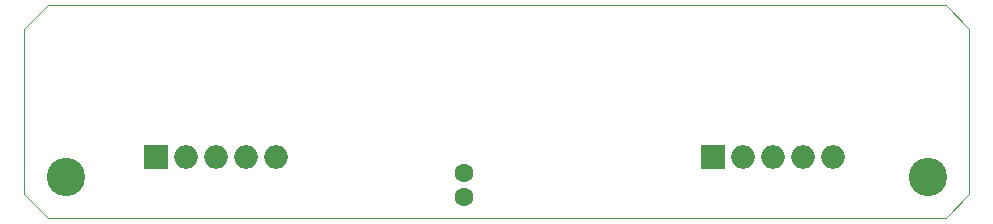
<source format=gbr>
%TF.GenerationSoftware,KiCad,Pcbnew,(7.0.0)*%
%TF.CreationDate,2023-10-30T21:48:48-03:00*%
%TF.ProjectId,QRE1113_Line_Sensors_x8,51524531-3131-4335-9f4c-696e655f5365,rev?*%
%TF.SameCoordinates,Original*%
%TF.FileFunction,Soldermask,Top*%
%TF.FilePolarity,Negative*%
%FSLAX46Y46*%
G04 Gerber Fmt 4.6, Leading zero omitted, Abs format (unit mm)*
G04 Created by KiCad (PCBNEW (7.0.0)) date 2023-10-30 21:48:48*
%MOMM*%
%LPD*%
G01*
G04 APERTURE LIST*
%ADD10C,3.250000*%
%ADD11R,2.000000X2.000000*%
%ADD12O,2.000000X2.000000*%
%ADD13C,1.600000*%
%TA.AperFunction,Profile*%
%ADD14C,0.100000*%
%TD*%
G04 APERTURE END LIST*
D10*
%TO.C,H1*%
X123500000Y-70500000D03*
%TD*%
%TO.C,H2*%
X196500000Y-70500000D03*
%TD*%
D11*
%TO.C,J2*%
X131137499Y-68789999D03*
D12*
X133677499Y-68789999D03*
X136217499Y-68789999D03*
X138757499Y-68789999D03*
X141297499Y-68789999D03*
%TD*%
D11*
%TO.C,J1*%
X178302499Y-68789999D03*
D12*
X180842499Y-68789999D03*
X183382499Y-68789999D03*
X185922499Y-68789999D03*
X188462499Y-68789999D03*
%TD*%
D13*
%TO.C,C2*%
X157200000Y-72200000D03*
X157200000Y-70200000D03*
%TD*%
D14*
X200000000Y-58000000D02*
X200000000Y-72000000D01*
X120000000Y-58000000D02*
X122000000Y-56000000D01*
X198000000Y-74000000D02*
X122000000Y-74000000D01*
X120000000Y-72000000D02*
X120000000Y-58000000D01*
X122000000Y-74000000D02*
X120000000Y-72000000D01*
X122000000Y-56000000D02*
X198000000Y-56000000D01*
X200000000Y-72000000D02*
X198000000Y-74000000D01*
X198000000Y-56000000D02*
X200000000Y-58000000D01*
M02*

</source>
